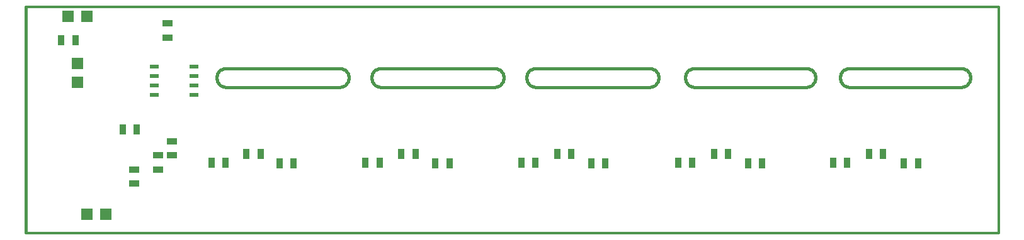
<source format=gtp>
G04 (created by PCBNEW-RS274X (20100406 SVN-R2508)-final) date 6/3/2010 9:57:38 PM*
G01*
G70*
G90*
%MOIN*%
G04 Gerber Fmt 3.4, Leading zero omitted, Abs format*
%FSLAX34Y34*%
G04 APERTURE LIST*
%ADD10C,0.006000*%
%ADD11C,0.012000*%
%ADD12C,0.015000*%
%ADD13R,0.060000X0.060000*%
%ADD14R,0.055000X0.035000*%
%ADD15R,0.035000X0.055000*%
%ADD16R,0.045000X0.020000*%
G04 APERTURE END LIST*
G54D10*
G54D11*
X72500Y-43250D02*
X21000Y-43250D01*
X72500Y-55250D02*
X72500Y-43250D01*
X21000Y-55250D02*
X72500Y-55250D01*
G54D12*
X70500Y-47500D02*
X70543Y-47498D01*
X70586Y-47492D01*
X70629Y-47482D01*
X70671Y-47469D01*
X70711Y-47453D01*
X70750Y-47433D01*
X70786Y-47409D01*
X70821Y-47383D01*
X70853Y-47353D01*
X70883Y-47321D01*
X70909Y-47286D01*
X70933Y-47249D01*
X70953Y-47211D01*
X70969Y-47171D01*
X70982Y-47129D01*
X70992Y-47086D01*
X70998Y-47043D01*
X71000Y-47000D01*
X71000Y-47000D02*
X70998Y-46957D01*
X70992Y-46914D01*
X70982Y-46871D01*
X70969Y-46829D01*
X70953Y-46789D01*
X70933Y-46751D01*
X70909Y-46714D01*
X70883Y-46679D01*
X70853Y-46647D01*
X70821Y-46617D01*
X70786Y-46591D01*
X70750Y-46567D01*
X70711Y-46547D01*
X70671Y-46531D01*
X70629Y-46518D01*
X70586Y-46508D01*
X70543Y-46502D01*
X70500Y-46500D01*
X64600Y-47500D02*
X70500Y-47500D01*
X70500Y-46500D02*
X64600Y-46500D01*
X21000Y-55200D02*
X21000Y-55000D01*
X54000Y-47500D02*
X48000Y-47500D01*
X31600Y-46500D02*
X31557Y-46502D01*
X31514Y-46508D01*
X31471Y-46518D01*
X31429Y-46531D01*
X31389Y-46547D01*
X31351Y-46567D01*
X31314Y-46591D01*
X31279Y-46617D01*
X31247Y-46647D01*
X31217Y-46679D01*
X31191Y-46714D01*
X31167Y-46751D01*
X31147Y-46789D01*
X31131Y-46829D01*
X31118Y-46871D01*
X31108Y-46914D01*
X31102Y-46957D01*
X31100Y-47000D01*
X31100Y-47000D02*
X31102Y-47043D01*
X31108Y-47086D01*
X31118Y-47129D01*
X31131Y-47171D01*
X31147Y-47211D01*
X31167Y-47249D01*
X31191Y-47286D01*
X31217Y-47321D01*
X31247Y-47353D01*
X31279Y-47383D01*
X31314Y-47409D01*
X31351Y-47433D01*
X31389Y-47453D01*
X31429Y-47469D01*
X31471Y-47482D01*
X31514Y-47492D01*
X31557Y-47498D01*
X31600Y-47500D01*
X37600Y-47500D02*
X37643Y-47498D01*
X37686Y-47492D01*
X37729Y-47482D01*
X37771Y-47469D01*
X37811Y-47453D01*
X37850Y-47433D01*
X37886Y-47409D01*
X37921Y-47383D01*
X37953Y-47353D01*
X37983Y-47321D01*
X38009Y-47286D01*
X38033Y-47249D01*
X38053Y-47211D01*
X38069Y-47171D01*
X38082Y-47129D01*
X38092Y-47086D01*
X38098Y-47043D01*
X38100Y-47000D01*
X38100Y-47000D02*
X38098Y-46957D01*
X38092Y-46914D01*
X38082Y-46871D01*
X38069Y-46829D01*
X38053Y-46789D01*
X38033Y-46751D01*
X38009Y-46714D01*
X37983Y-46679D01*
X37953Y-46647D01*
X37921Y-46617D01*
X37886Y-46591D01*
X37850Y-46567D01*
X37811Y-46547D01*
X37771Y-46531D01*
X37729Y-46518D01*
X37686Y-46508D01*
X37643Y-46502D01*
X37600Y-46500D01*
X39800Y-46500D02*
X39757Y-46502D01*
X39714Y-46508D01*
X39671Y-46518D01*
X39629Y-46531D01*
X39589Y-46547D01*
X39551Y-46567D01*
X39514Y-46591D01*
X39479Y-46617D01*
X39447Y-46647D01*
X39417Y-46679D01*
X39391Y-46714D01*
X39367Y-46751D01*
X39347Y-46789D01*
X39331Y-46829D01*
X39318Y-46871D01*
X39308Y-46914D01*
X39302Y-46957D01*
X39300Y-47000D01*
X39300Y-47000D02*
X39302Y-47043D01*
X39308Y-47086D01*
X39318Y-47129D01*
X39331Y-47171D01*
X39347Y-47211D01*
X39367Y-47249D01*
X39391Y-47286D01*
X39417Y-47321D01*
X39447Y-47353D01*
X39479Y-47383D01*
X39514Y-47409D01*
X39551Y-47433D01*
X39589Y-47453D01*
X39629Y-47469D01*
X39671Y-47482D01*
X39714Y-47492D01*
X39757Y-47498D01*
X39800Y-47500D01*
X45800Y-47500D02*
X45843Y-47498D01*
X45886Y-47492D01*
X45929Y-47482D01*
X45971Y-47469D01*
X46011Y-47453D01*
X46050Y-47433D01*
X46086Y-47409D01*
X46121Y-47383D01*
X46153Y-47353D01*
X46183Y-47321D01*
X46209Y-47286D01*
X46233Y-47249D01*
X46253Y-47211D01*
X46269Y-47171D01*
X46282Y-47129D01*
X46292Y-47086D01*
X46298Y-47043D01*
X46300Y-47000D01*
X46300Y-47000D02*
X46298Y-46957D01*
X46292Y-46914D01*
X46282Y-46871D01*
X46269Y-46829D01*
X46253Y-46789D01*
X46233Y-46751D01*
X46209Y-46714D01*
X46183Y-46679D01*
X46153Y-46647D01*
X46121Y-46617D01*
X46086Y-46591D01*
X46050Y-46567D01*
X46011Y-46547D01*
X45971Y-46531D01*
X45929Y-46518D01*
X45886Y-46508D01*
X45843Y-46502D01*
X45800Y-46500D01*
X48000Y-46500D02*
X47957Y-46502D01*
X47914Y-46508D01*
X47871Y-46518D01*
X47829Y-46531D01*
X47789Y-46547D01*
X47751Y-46567D01*
X47714Y-46591D01*
X47679Y-46617D01*
X47647Y-46647D01*
X47617Y-46679D01*
X47591Y-46714D01*
X47567Y-46751D01*
X47547Y-46789D01*
X47531Y-46829D01*
X47518Y-46871D01*
X47508Y-46914D01*
X47502Y-46957D01*
X47500Y-47000D01*
X47500Y-47000D02*
X47502Y-47043D01*
X47508Y-47086D01*
X47518Y-47129D01*
X47531Y-47171D01*
X47547Y-47211D01*
X47567Y-47249D01*
X47591Y-47286D01*
X47617Y-47321D01*
X47647Y-47353D01*
X47679Y-47383D01*
X47714Y-47409D01*
X47751Y-47433D01*
X47789Y-47453D01*
X47829Y-47469D01*
X47871Y-47482D01*
X47914Y-47492D01*
X47957Y-47498D01*
X48000Y-47500D01*
X54000Y-47500D02*
X54043Y-47498D01*
X54086Y-47492D01*
X54129Y-47482D01*
X54171Y-47469D01*
X54211Y-47453D01*
X54250Y-47433D01*
X54286Y-47409D01*
X54321Y-47383D01*
X54353Y-47353D01*
X54383Y-47321D01*
X54409Y-47286D01*
X54433Y-47249D01*
X54453Y-47211D01*
X54469Y-47171D01*
X54482Y-47129D01*
X54492Y-47086D01*
X54498Y-47043D01*
X54500Y-47000D01*
X54500Y-47000D02*
X54498Y-46957D01*
X54492Y-46914D01*
X54482Y-46871D01*
X54469Y-46829D01*
X54453Y-46789D01*
X54433Y-46751D01*
X54409Y-46714D01*
X54383Y-46679D01*
X54353Y-46647D01*
X54321Y-46617D01*
X54286Y-46591D01*
X54250Y-46567D01*
X54211Y-46547D01*
X54171Y-46531D01*
X54129Y-46518D01*
X54086Y-46508D01*
X54043Y-46502D01*
X54000Y-46500D01*
X55900Y-47000D02*
X55902Y-47043D01*
X55908Y-47086D01*
X55918Y-47129D01*
X55931Y-47171D01*
X55947Y-47211D01*
X55967Y-47249D01*
X55991Y-47286D01*
X56017Y-47321D01*
X56047Y-47353D01*
X56079Y-47383D01*
X56114Y-47409D01*
X56151Y-47433D01*
X56189Y-47453D01*
X56229Y-47469D01*
X56271Y-47482D01*
X56314Y-47492D01*
X56357Y-47498D01*
X56400Y-47500D01*
X56400Y-46500D02*
X56357Y-46502D01*
X56314Y-46508D01*
X56271Y-46518D01*
X56229Y-46531D01*
X56189Y-46547D01*
X56151Y-46567D01*
X56114Y-46591D01*
X56079Y-46617D01*
X56047Y-46647D01*
X56017Y-46679D01*
X55991Y-46714D01*
X55967Y-46751D01*
X55947Y-46789D01*
X55931Y-46829D01*
X55918Y-46871D01*
X55908Y-46914D01*
X55902Y-46957D01*
X55900Y-47000D01*
X62300Y-47500D02*
X62343Y-47498D01*
X62386Y-47492D01*
X62429Y-47482D01*
X62471Y-47469D01*
X62511Y-47453D01*
X62550Y-47433D01*
X62586Y-47409D01*
X62621Y-47383D01*
X62653Y-47353D01*
X62683Y-47321D01*
X62709Y-47286D01*
X62733Y-47249D01*
X62753Y-47211D01*
X62769Y-47171D01*
X62782Y-47129D01*
X62792Y-47086D01*
X62798Y-47043D01*
X62800Y-47000D01*
X62800Y-47000D02*
X62798Y-46957D01*
X62792Y-46914D01*
X62782Y-46871D01*
X62769Y-46829D01*
X62753Y-46789D01*
X62733Y-46751D01*
X62709Y-46714D01*
X62683Y-46679D01*
X62653Y-46647D01*
X62621Y-46617D01*
X62586Y-46591D01*
X62550Y-46567D01*
X62511Y-46547D01*
X62471Y-46531D01*
X62429Y-46518D01*
X62386Y-46508D01*
X62343Y-46502D01*
X62300Y-46500D01*
X31600Y-47500D02*
X37600Y-47500D01*
X37600Y-46500D02*
X31600Y-46500D01*
X39800Y-47500D02*
X45800Y-47500D01*
X45800Y-46500D02*
X39800Y-46500D01*
X54000Y-46500D02*
X48000Y-46500D01*
X56400Y-46500D02*
X62300Y-46500D01*
X62300Y-47500D02*
X56400Y-47500D01*
X64100Y-47000D02*
X64102Y-47043D01*
X64108Y-47086D01*
X64118Y-47129D01*
X64131Y-47171D01*
X64147Y-47211D01*
X64167Y-47249D01*
X64191Y-47286D01*
X64217Y-47321D01*
X64247Y-47353D01*
X64279Y-47383D01*
X64314Y-47409D01*
X64351Y-47433D01*
X64389Y-47453D01*
X64429Y-47469D01*
X64471Y-47482D01*
X64514Y-47492D01*
X64557Y-47498D01*
X64600Y-47500D01*
X64600Y-46500D02*
X64557Y-46502D01*
X64514Y-46508D01*
X64471Y-46518D01*
X64429Y-46531D01*
X64389Y-46547D01*
X64351Y-46567D01*
X64314Y-46591D01*
X64279Y-46617D01*
X64247Y-46647D01*
X64217Y-46679D01*
X64191Y-46714D01*
X64167Y-46751D01*
X64147Y-46789D01*
X64131Y-46829D01*
X64118Y-46871D01*
X64108Y-46914D01*
X64102Y-46957D01*
X64100Y-47000D01*
X21000Y-43250D02*
X21000Y-55000D01*
G54D13*
X25250Y-54250D03*
X24250Y-54250D03*
X23750Y-47250D03*
X23750Y-46250D03*
X24250Y-43750D03*
X23250Y-43750D03*
G54D14*
X28750Y-51125D03*
X28750Y-50375D03*
G54D15*
X51675Y-51550D03*
X50925Y-51550D03*
X32675Y-51050D03*
X33425Y-51050D03*
X39725Y-51500D03*
X38975Y-51500D03*
X31575Y-51500D03*
X30825Y-51500D03*
X40875Y-51050D03*
X41625Y-51050D03*
X43425Y-51550D03*
X42675Y-51550D03*
X35175Y-51550D03*
X34425Y-51550D03*
X47975Y-51500D03*
X47225Y-51500D03*
G54D14*
X26750Y-51875D03*
X26750Y-52625D03*
G54D15*
X23625Y-45000D03*
X22875Y-45000D03*
X26125Y-49750D03*
X26875Y-49750D03*
G54D14*
X28500Y-44125D03*
X28500Y-44875D03*
G54D15*
X68225Y-51550D03*
X67475Y-51550D03*
X56275Y-51500D03*
X55525Y-51500D03*
X57425Y-51050D03*
X58175Y-51050D03*
X64475Y-51500D03*
X63725Y-51500D03*
X65625Y-51050D03*
X66375Y-51050D03*
G54D14*
X28000Y-51125D03*
X28000Y-51875D03*
G54D15*
X49125Y-51050D03*
X49875Y-51050D03*
X59975Y-51550D03*
X59225Y-51550D03*
G54D16*
X29900Y-46400D03*
X27800Y-46400D03*
X29900Y-46900D03*
X29900Y-47400D03*
X29900Y-47900D03*
X27800Y-46900D03*
X27800Y-47400D03*
X27800Y-47900D03*
M02*

</source>
